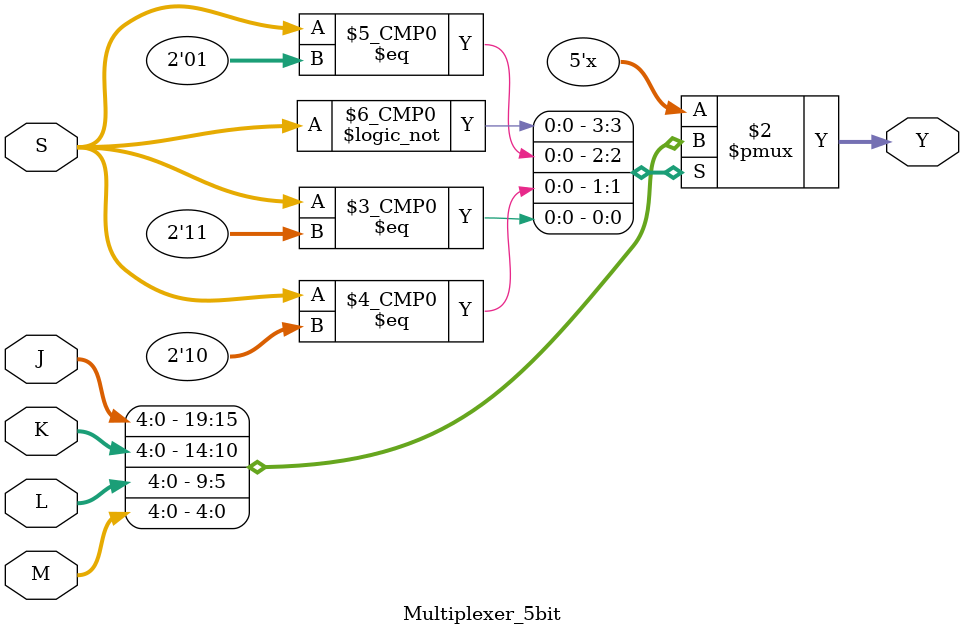
<source format=v>
`timescale 1ns / 1ps


module Multiplexer_5bit(
    input [4:0] J, 
    input [4:0] K,
    input [4:0] L, 
    input [4:0] M,
    input [1:0] S,
    output reg [4:0]Y
    );
    always @ (J or K or L or M or S) begin
        case (S)
            2'b00 : Y <= J;
            2'b01 : Y <= K;
            2'b10 : Y <= L;
            2'b11 : Y <= M;
      endcase
   end
    
endmodule

</source>
